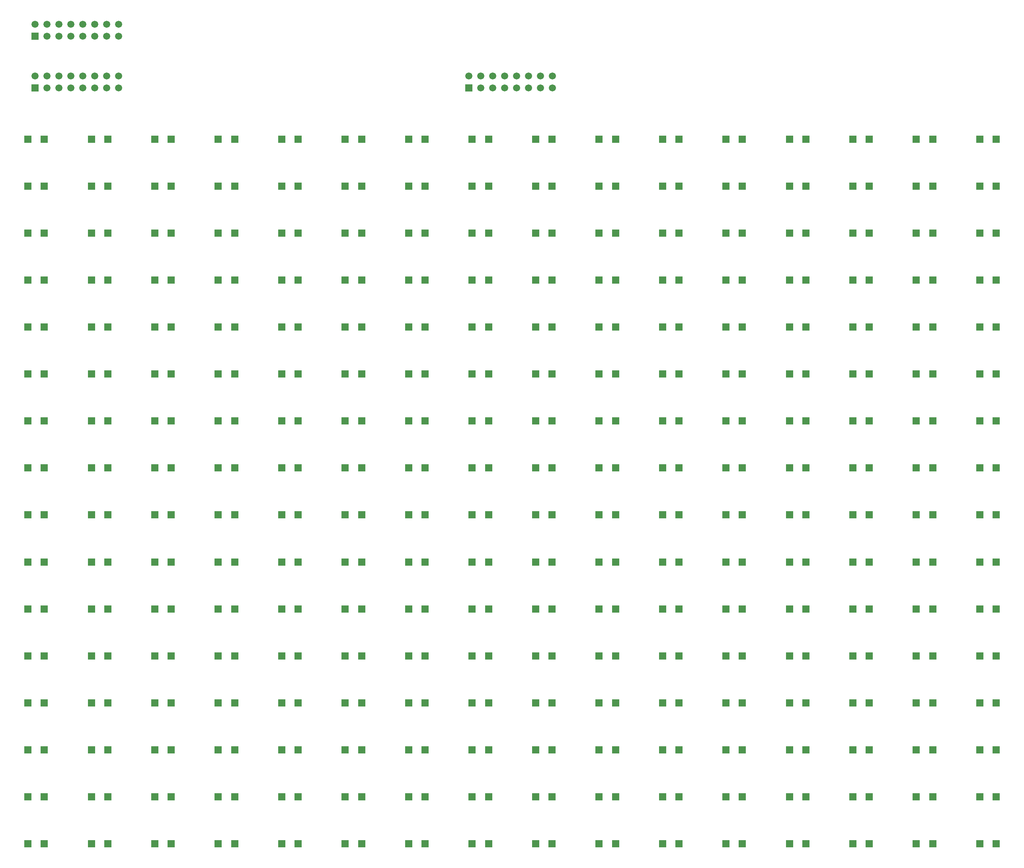
<source format=gbr>
G04 Layer_Color=255*
%FSLAX45Y45*%
%MOMM*%
%TF.FileFunction,Pads,Top*%
%TF.Part,Single*%
G01*
G75*
%TA.AperFunction,SMDPad,CuDef*%
%ADD10R,1.50000X1.50000*%
%TA.AperFunction,ComponentPad*%
%ADD12C,1.50000*%
%ADD13R,1.50000X1.50000*%
D10*
X9067002Y11625402D02*
D03*
X8717001D02*
D03*
X10416997D02*
D03*
X10067000D02*
D03*
X11766997D02*
D03*
X11416995D02*
D03*
X13117001D02*
D03*
X12767000D02*
D03*
X14466997D02*
D03*
X14117000D02*
D03*
X15817001D02*
D03*
X15467000D02*
D03*
X17167001D02*
D03*
X16817000D02*
D03*
X18516995D02*
D03*
X18166998D02*
D03*
X21217001D02*
D03*
X20866998D02*
D03*
X22566995D02*
D03*
X22216998D02*
D03*
X23917001D02*
D03*
X23566998D02*
D03*
X25266995D02*
D03*
X24916998D02*
D03*
X26616995D02*
D03*
X26266992D02*
D03*
X9067002Y12625400D02*
D03*
X8717001D02*
D03*
X10417002D02*
D03*
X10067000D02*
D03*
X11767002D02*
D03*
X11417000D02*
D03*
X13117001D02*
D03*
X12767000D02*
D03*
X15816997D02*
D03*
X15466995D02*
D03*
X17166995D02*
D03*
X16816995D02*
D03*
X18516995D02*
D03*
X18166994D02*
D03*
X19867001D02*
D03*
X19516998D02*
D03*
X21217001D02*
D03*
X20866998D02*
D03*
X22567001D02*
D03*
X22216998D02*
D03*
X23916995D02*
D03*
X23566994D02*
D03*
X25267001D02*
D03*
X24916998D02*
D03*
X26616995D02*
D03*
X26266992D02*
D03*
X27966995D02*
D03*
X27616992D02*
D03*
X29317001D02*
D03*
X28966998D02*
D03*
X9066997Y13625398D02*
D03*
X8716996D02*
D03*
X10416997D02*
D03*
X10066995D02*
D03*
X11767002D02*
D03*
X11417000D02*
D03*
X13116997D02*
D03*
X12766995D02*
D03*
X14466997D02*
D03*
X14116995D02*
D03*
X15817001D02*
D03*
X15467000D02*
D03*
X17167001D02*
D03*
X16817000D02*
D03*
X18516995D02*
D03*
X18166994D02*
D03*
X19867001D02*
D03*
X19516998D02*
D03*
X21217001D02*
D03*
X20866998D02*
D03*
X22567001D02*
D03*
X22216998D02*
D03*
X23917001D02*
D03*
X23566998D02*
D03*
X25267001D02*
D03*
X24916998D02*
D03*
X26617001D02*
D03*
X26266998D02*
D03*
X27967001D02*
D03*
X27616998D02*
D03*
X29317001D02*
D03*
X28966998D02*
D03*
X9067002Y14625401D02*
D03*
X8717001D02*
D03*
X10417002D02*
D03*
X10067000D02*
D03*
X11767002D02*
D03*
X11417000D02*
D03*
X13117001D02*
D03*
X12767000D02*
D03*
X14467001D02*
D03*
X14117000D02*
D03*
X15816997D02*
D03*
X15466995D02*
D03*
X17166995D02*
D03*
X16816995D02*
D03*
X18516995D02*
D03*
X18166994D02*
D03*
X19866995D02*
D03*
X19516994D02*
D03*
X21216995D02*
D03*
X20866994D02*
D03*
X22566995D02*
D03*
X22216994D02*
D03*
X23916995D02*
D03*
X23566994D02*
D03*
X25266995D02*
D03*
X24916994D02*
D03*
X26616995D02*
D03*
X26266992D02*
D03*
X27967001D02*
D03*
X27616998D02*
D03*
X29317001Y14625397D02*
D03*
X28966998D02*
D03*
X9067002Y15625398D02*
D03*
X8717001D02*
D03*
X10417002D02*
D03*
X10067000D02*
D03*
X11767002D02*
D03*
X11417000D02*
D03*
X13117001D02*
D03*
X12767000D02*
D03*
X14466997D02*
D03*
X14116995D02*
D03*
X15816997D02*
D03*
X15466995D02*
D03*
X17166995D02*
D03*
X16816995D02*
D03*
X18516995D02*
D03*
X18166994D02*
D03*
X19867001D02*
D03*
X19516998D02*
D03*
X21217001D02*
D03*
X20866998D02*
D03*
X22566995D02*
D03*
X22216994D02*
D03*
X23916995D02*
D03*
X23566994D02*
D03*
X25267001D02*
D03*
X24916998D02*
D03*
X26617001D02*
D03*
X26266998D02*
D03*
X27967001D02*
D03*
X27616998D02*
D03*
X29317001D02*
D03*
X28966998D02*
D03*
X9066997Y16625397D02*
D03*
X8716996D02*
D03*
X10416997D02*
D03*
X10066995D02*
D03*
X11766997D02*
D03*
X11416995D02*
D03*
X13116997D02*
D03*
X12766995D02*
D03*
X14466997D02*
D03*
X14116995D02*
D03*
X15816997D02*
D03*
X15466995D02*
D03*
X17166995D02*
D03*
X16816995D02*
D03*
X18517001D02*
D03*
X18166998D02*
D03*
X19867001D02*
D03*
X19516998D02*
D03*
X21216995D02*
D03*
X20866994D02*
D03*
X22567001D02*
D03*
X22216998D02*
D03*
X23917001D02*
D03*
X23566998D02*
D03*
X25267001D02*
D03*
X24916998D02*
D03*
X26617001D02*
D03*
X26266998D02*
D03*
X27967001D02*
D03*
X27616998D02*
D03*
X29317001D02*
D03*
X28966998D02*
D03*
X9067002Y17625395D02*
D03*
X8717001D02*
D03*
X10417002D02*
D03*
X10067000D02*
D03*
X11767002D02*
D03*
X11417000D02*
D03*
X13117001D02*
D03*
X12767000D02*
D03*
X14467001D02*
D03*
X14117000D02*
D03*
X15817001D02*
D03*
X15467000D02*
D03*
X17167001D02*
D03*
X16817000D02*
D03*
X18517001D02*
D03*
X18166998D02*
D03*
X19867001D02*
D03*
X19516998D02*
D03*
X21217001D02*
D03*
X20866998D02*
D03*
X22567001D02*
D03*
X22216998D02*
D03*
X23917001D02*
D03*
X23566998D02*
D03*
X25267001D02*
D03*
X24916998D02*
D03*
X26617001D02*
D03*
X26266998D02*
D03*
X27967001D02*
D03*
X27616998D02*
D03*
X29317001D02*
D03*
X28966998D02*
D03*
X9066997Y18625398D02*
D03*
X8716996D02*
D03*
X10416997D02*
D03*
X10066995D02*
D03*
X11766997D02*
D03*
X11416995D02*
D03*
X13116997D02*
D03*
X12766995D02*
D03*
X14466997D02*
D03*
X14116995D02*
D03*
X15816997D02*
D03*
X15466995D02*
D03*
X17167001D02*
D03*
X16817000D02*
D03*
X18516995D02*
D03*
X18166994D02*
D03*
X19866995D02*
D03*
X19516994D02*
D03*
X21216995D02*
D03*
X20866994D02*
D03*
X22566995D02*
D03*
X22216994D02*
D03*
X23916995D02*
D03*
X23566994D02*
D03*
X25266995D02*
D03*
X24916994D02*
D03*
X26616995D02*
D03*
X26266992D02*
D03*
X27966995D02*
D03*
X27616992D02*
D03*
X29317001D02*
D03*
X28966998D02*
D03*
X9066997Y19625397D02*
D03*
X8716996D02*
D03*
X10416997D02*
D03*
X10066995D02*
D03*
X11766997D02*
D03*
X11416995D02*
D03*
X13117001D02*
D03*
X12767000D02*
D03*
X14466997D02*
D03*
X14116995D02*
D03*
X15816997D02*
D03*
X15466995D02*
D03*
X17166995D02*
D03*
X16816995D02*
D03*
X18516995D02*
D03*
X18166994D02*
D03*
X19867001D02*
D03*
X19516998D02*
D03*
X21217001D02*
D03*
X20866998D02*
D03*
X22567001D02*
D03*
X22216998D02*
D03*
X23916995D02*
D03*
X23566994D02*
D03*
X25266995D02*
D03*
X24916994D02*
D03*
X26616995D02*
D03*
X26266992D02*
D03*
X27966995D02*
D03*
X27616992D02*
D03*
X29317001D02*
D03*
X28966998D02*
D03*
X9066997Y20625394D02*
D03*
X8716996D02*
D03*
X10416997D02*
D03*
X10066995D02*
D03*
X11766997D02*
D03*
X11416995D02*
D03*
X13116997D02*
D03*
X12766995D02*
D03*
X14467001D02*
D03*
X14117000D02*
D03*
X15816997D02*
D03*
X15466995D02*
D03*
X17166995D02*
D03*
X16816995D02*
D03*
X18516995D02*
D03*
X18166994D02*
D03*
X19866995D02*
D03*
X19516994D02*
D03*
X21216995D02*
D03*
X20866994D02*
D03*
X22566995D02*
D03*
X22216994D02*
D03*
X23916995D02*
D03*
X23566994D02*
D03*
X25266995D02*
D03*
X24916994D02*
D03*
X26616995D02*
D03*
X26266992D02*
D03*
X27966995D02*
D03*
X27616992D02*
D03*
X29317001Y20625398D02*
D03*
X28966998D02*
D03*
X9067002Y21625397D02*
D03*
X8717001D02*
D03*
X10417002D02*
D03*
X10067000D02*
D03*
X11766997D02*
D03*
X11416995D02*
D03*
X13117001D02*
D03*
X12767000D02*
D03*
X14467001D02*
D03*
X14117000D02*
D03*
X15816997D02*
D03*
X15466995D02*
D03*
X17166995D02*
D03*
X16816995D02*
D03*
X18516995D02*
D03*
X18166994D02*
D03*
X19866995D02*
D03*
X19516994D02*
D03*
X21217001D02*
D03*
X20866998D02*
D03*
X22566995D02*
D03*
X22216994D02*
D03*
X23916995D02*
D03*
X23566994D02*
D03*
X25266995D02*
D03*
X24916994D02*
D03*
X26616995D02*
D03*
X26266992D02*
D03*
X27966995D02*
D03*
X27616992D02*
D03*
X29317001D02*
D03*
X28966998D02*
D03*
X9067002Y22625395D02*
D03*
X8717001D02*
D03*
X10417002D02*
D03*
X10067000D02*
D03*
X11767002D02*
D03*
X11417000D02*
D03*
X13117001D02*
D03*
X12767000D02*
D03*
X14467001D02*
D03*
X14117000D02*
D03*
X15817001D02*
D03*
X15467000D02*
D03*
X17167001D02*
D03*
X16817000D02*
D03*
X18516995D02*
D03*
X18166994D02*
D03*
X19867001D02*
D03*
X19516998D02*
D03*
X21216995D02*
D03*
X20866994D02*
D03*
X22566995D02*
D03*
X22216994D02*
D03*
X23917001D02*
D03*
X23566998D02*
D03*
X25267001D02*
D03*
X24916998D02*
D03*
X26617001D02*
D03*
X26266998D02*
D03*
X27967001D02*
D03*
X27616998D02*
D03*
X29317001D02*
D03*
X28966998D02*
D03*
X9067002Y23625394D02*
D03*
X8717001D02*
D03*
X10417002D02*
D03*
X10067000D02*
D03*
X11766997D02*
D03*
X11416995D02*
D03*
X13117001D02*
D03*
X12767000D02*
D03*
X14466997D02*
D03*
X14116995D02*
D03*
X15816997D02*
D03*
X15466995D02*
D03*
X17166995D02*
D03*
X16816995D02*
D03*
X18517001D02*
D03*
X18166998D02*
D03*
X19866995D02*
D03*
X19516994D02*
D03*
X21216995D02*
D03*
X20866994D02*
D03*
X22566995D02*
D03*
X22216994D02*
D03*
X23917001D02*
D03*
X23566998D02*
D03*
X25267001D02*
D03*
X24916998D02*
D03*
X26617001D02*
D03*
X26266998D02*
D03*
X27967001D02*
D03*
X27616998D02*
D03*
X29317001Y23625398D02*
D03*
X28966998D02*
D03*
X9066997Y24625397D02*
D03*
X8716996D02*
D03*
X10417002D02*
D03*
X10067000D02*
D03*
X11767002D02*
D03*
X11417000D02*
D03*
X13117001D02*
D03*
X12767000D02*
D03*
X14467001D02*
D03*
X14117000D02*
D03*
X15816997D02*
D03*
X15466995D02*
D03*
X17166995D02*
D03*
X16816995D02*
D03*
X18516995D02*
D03*
X18166994D02*
D03*
X19867001D02*
D03*
X19516998D02*
D03*
X21216995D02*
D03*
X20866994D02*
D03*
X22567001D02*
D03*
X22216998D02*
D03*
X23916995D02*
D03*
X23566994D02*
D03*
X25266995D02*
D03*
X24916994D02*
D03*
X26616995D02*
D03*
X26266992D02*
D03*
X27966995D02*
D03*
X27616992D02*
D03*
X29317001D02*
D03*
X28966998D02*
D03*
X9067002Y25625394D02*
D03*
X8717001D02*
D03*
X10417002D02*
D03*
X10067000D02*
D03*
X11767002D02*
D03*
X11417000D02*
D03*
X13117001D02*
D03*
X12767000D02*
D03*
X14467001D02*
D03*
X14117000D02*
D03*
X15816997D02*
D03*
X15466995D02*
D03*
X17166995D02*
D03*
X16816995D02*
D03*
X18517001D02*
D03*
X18166998D02*
D03*
X19867001D02*
D03*
X19516998D02*
D03*
X21217001D02*
D03*
X20866998D02*
D03*
X22566995D02*
D03*
X22216994D02*
D03*
X23917001D02*
D03*
X23566998D02*
D03*
X25266995D02*
D03*
X24916994D02*
D03*
X26616995D02*
D03*
X26266992D02*
D03*
X27966995D02*
D03*
X27616992D02*
D03*
X29317001D02*
D03*
X28966998D02*
D03*
X9066997Y26625397D02*
D03*
X8716996D02*
D03*
X10417002D02*
D03*
X10067000D02*
D03*
X11767002D02*
D03*
X11417000D02*
D03*
X13117001D02*
D03*
X12767000D02*
D03*
X14467001D02*
D03*
X14117000D02*
D03*
X15817001D02*
D03*
X15467000D02*
D03*
X17167001D02*
D03*
X16817000D02*
D03*
X18517001D02*
D03*
X18166998D02*
D03*
X19867001D02*
D03*
X19516998D02*
D03*
X21217001D02*
D03*
X20866998D02*
D03*
X22566995D02*
D03*
X22216994D02*
D03*
X23917001D02*
D03*
X23566998D02*
D03*
X25267001D02*
D03*
X24916998D02*
D03*
X26617001D02*
D03*
X26266998D02*
D03*
X27966995D02*
D03*
X27616992D02*
D03*
X29317001D02*
D03*
X28966998D02*
D03*
X19867001Y11625402D02*
D03*
X19516998D02*
D03*
X29317001Y11625397D02*
D03*
X28966998D02*
D03*
X27967001Y11625402D02*
D03*
X27616998D02*
D03*
X14467001Y12625400D02*
D03*
X14117000D02*
D03*
D12*
X19876578Y27969397D02*
D03*
Y27715399D02*
D03*
X19622577Y27969397D02*
D03*
Y27715399D02*
D03*
X19368578Y27969397D02*
D03*
Y27715399D02*
D03*
X19114577Y27969397D02*
D03*
Y27715399D02*
D03*
X18860577Y27969397D02*
D03*
Y27715399D02*
D03*
X18606577Y27969397D02*
D03*
Y27715399D02*
D03*
X18352577Y27969397D02*
D03*
Y27715399D02*
D03*
X18098576Y27969397D02*
D03*
X10644318D02*
D03*
Y27715399D02*
D03*
X10390318Y27969397D02*
D03*
Y27715399D02*
D03*
X10136318Y27969397D02*
D03*
Y27715399D02*
D03*
X9882318Y27969397D02*
D03*
Y27715399D02*
D03*
X9628318Y27969397D02*
D03*
Y27715399D02*
D03*
X9374318Y27969397D02*
D03*
Y27715399D02*
D03*
X9120318Y27969397D02*
D03*
Y27715399D02*
D03*
X8866318Y27969397D02*
D03*
X10644322Y29070001D02*
D03*
Y28816000D02*
D03*
X10390322Y29070001D02*
D03*
Y28816000D02*
D03*
X10136322Y29070001D02*
D03*
Y28816000D02*
D03*
X9882322Y29070001D02*
D03*
Y28816000D02*
D03*
X9628322Y29070001D02*
D03*
Y28816000D02*
D03*
X9374322Y29070001D02*
D03*
Y28816000D02*
D03*
X9120322Y29070001D02*
D03*
Y28816000D02*
D03*
X8866322Y29070001D02*
D03*
D13*
X18098576Y27715399D02*
D03*
X8866318D02*
D03*
X8866322Y28816000D02*
D03*
%TF.MD5,aabebf833a0108b3caa4839d3aa98d24*%
M02*

</source>
